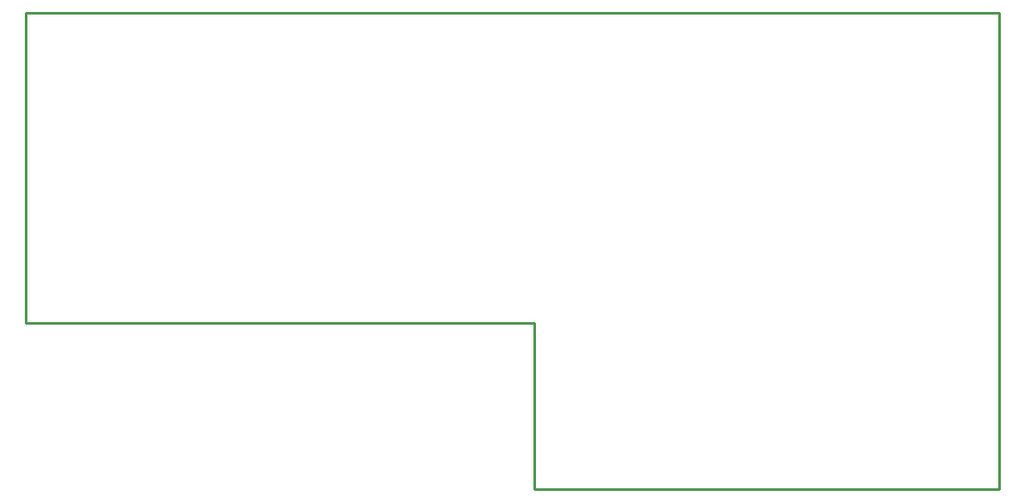
<source format=gko>
G04*
G04 #@! TF.GenerationSoftware,Altium Limited,Altium Designer,21.0.8 (223)*
G04*
G04 Layer_Color=16711935*
%FSLAX25Y25*%
%MOIN*%
G70*
G04*
G04 #@! TF.SameCoordinates,128E1E45-F731-4E68-84EB-4EEBB871E250*
G04*
G04*
G04 #@! TF.FilePolarity,Positive*
G04*
G01*
G75*
%ADD10C,0.01000*%
D10*
X195400Y217700D02*
Y282200D01*
Y217700D02*
X195600D01*
X-2200Y282200D02*
X195400D01*
X-2200D02*
Y402900D01*
X376000D01*
Y217700D02*
Y402900D01*
X195600Y217700D02*
X376000Y217700D01*
M02*

</source>
